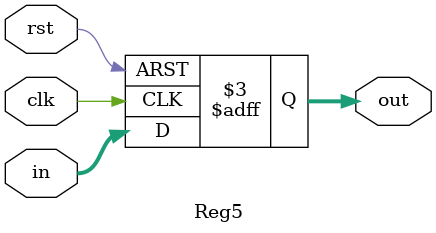
<source format=v>
module Reg5 (clk, rst, in, out);
input clk, rst;
input [4:0] in;
output reg [4:0] out;

    always @(posedge clk , posedge rst) begin
        if(rst == 1'b1)
            out <= 5'b0;
        else
            out <= in;
    end

endmodule
</source>
